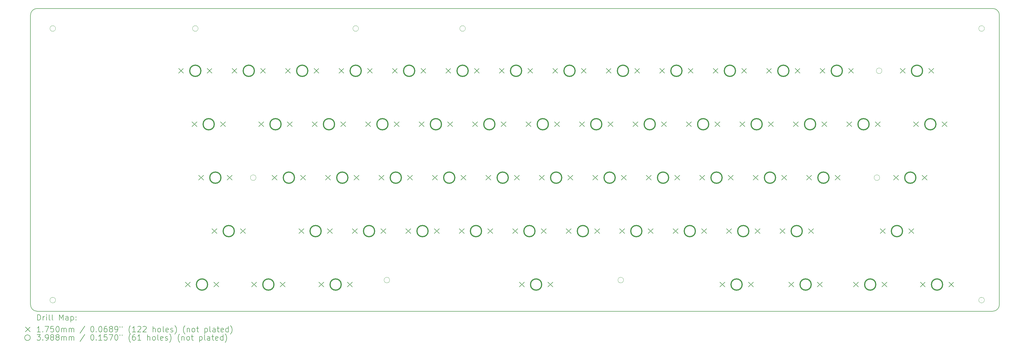
<source format=gbr>
%TF.GenerationSoftware,KiCad,Pcbnew,(6.0.9)*%
%TF.CreationDate,2023-04-02T22:18:43-05:00*%
%TF.ProjectId,BasePCB,42617365-5043-4422-9e6b-696361645f70,rev?*%
%TF.SameCoordinates,Original*%
%TF.FileFunction,Drillmap*%
%TF.FilePolarity,Positive*%
%FSLAX45Y45*%
G04 Gerber Fmt 4.5, Leading zero omitted, Abs format (unit mm)*
G04 Created by KiCad (PCBNEW (6.0.9)) date 2023-04-02 22:18:43*
%MOMM*%
%LPD*%
G01*
G04 APERTURE LIST*
%ADD10C,0.150000*%
%ADD11C,0.100000*%
%ADD12C,0.200000*%
%ADD13C,0.175000*%
%ADD14C,0.398780*%
G04 APERTURE END LIST*
D10*
X-15716250Y4524375D02*
X-15716250Y14843125D01*
D11*
X-2916250Y5397500D02*
G75*
G03*
X-2916250Y5397500I-100000J0D01*
G01*
X-14822500Y14366875D02*
G75*
G03*
X-14822500Y14366875I-100000J0D01*
G01*
D10*
X-15716250Y4524375D02*
G75*
G03*
X-15478125Y4286250I238125J0D01*
G01*
X18573750Y4286250D02*
X-15478125Y4286250D01*
X-15478125Y15081250D02*
G75*
G03*
X-15716250Y14843125I0J-238125D01*
G01*
X18573750Y15081250D02*
X-15478125Y15081250D01*
D11*
X5418125Y5397500D02*
G75*
G03*
X5418125Y5397500I-100000J0D01*
G01*
X-4027500Y14366875D02*
G75*
G03*
X-4027500Y14366875I-100000J0D01*
G01*
X18276875Y4683125D02*
G75*
G03*
X18276875Y4683125I-100000J0D01*
G01*
X18176875Y4683125D02*
G75*
G03*
X18176875Y4683125I0J0D01*
G01*
X-9742500Y14366875D02*
G75*
G03*
X-9742500Y14366875I-100000J0D01*
G01*
X14546250Y9048750D02*
G75*
G03*
X14546250Y9048750I-100000J0D01*
G01*
D10*
X18811875Y4524375D02*
X18811875Y14843125D01*
D11*
X-217500Y14366875D02*
G75*
G03*
X-217500Y14366875I-100000J0D01*
G01*
D10*
X18811880Y14843125D02*
G75*
G03*
X18573750Y15081250I-238130J-5D01*
G01*
D11*
X14625625Y12858750D02*
G75*
G03*
X14625625Y12858750I-100000J0D01*
G01*
X-14822500Y4683125D02*
G75*
G03*
X-14822500Y4683125I-100000J0D01*
G01*
D10*
X18573750Y4286255D02*
G75*
G03*
X18811875Y4524375I0J238125D01*
G01*
D11*
X18276875Y14366875D02*
G75*
G03*
X18276875Y14366875I-100000J0D01*
G01*
X-7678750Y9048750D02*
G75*
G03*
X-7678750Y9048750I-100000J0D01*
G01*
D12*
D13*
X-10438000Y12946250D02*
X-10263000Y12771250D01*
X-10263000Y12946250D02*
X-10438000Y12771250D01*
X-10199875Y5326250D02*
X-10024875Y5151250D01*
X-10024875Y5326250D02*
X-10199875Y5151250D01*
X-9961750Y11041250D02*
X-9786750Y10866250D01*
X-9786750Y11041250D02*
X-9961750Y10866250D01*
X-9723625Y9136250D02*
X-9548625Y8961250D01*
X-9548625Y9136250D02*
X-9723625Y8961250D01*
X-9422000Y12946250D02*
X-9247000Y12771250D01*
X-9247000Y12946250D02*
X-9422000Y12771250D01*
X-9247375Y7231250D02*
X-9072375Y7056250D01*
X-9072375Y7231250D02*
X-9247375Y7056250D01*
X-9183875Y5326250D02*
X-9008875Y5151250D01*
X-9008875Y5326250D02*
X-9183875Y5151250D01*
X-8945750Y11041250D02*
X-8770750Y10866250D01*
X-8770750Y11041250D02*
X-8945750Y10866250D01*
X-8707625Y9136250D02*
X-8532625Y8961250D01*
X-8532625Y9136250D02*
X-8707625Y8961250D01*
X-8533000Y12946250D02*
X-8358000Y12771250D01*
X-8358000Y12946250D02*
X-8533000Y12771250D01*
X-8231375Y7231250D02*
X-8056375Y7056250D01*
X-8056375Y7231250D02*
X-8231375Y7056250D01*
X-7834500Y5326250D02*
X-7659500Y5151250D01*
X-7659500Y5326250D02*
X-7834500Y5151250D01*
X-7580500Y11041250D02*
X-7405500Y10866250D01*
X-7405500Y11041250D02*
X-7580500Y10866250D01*
X-7517000Y12946250D02*
X-7342000Y12771250D01*
X-7342000Y12946250D02*
X-7517000Y12771250D01*
X-7104250Y9136250D02*
X-6929250Y8961250D01*
X-6929250Y9136250D02*
X-7104250Y8961250D01*
X-6818500Y5326250D02*
X-6643500Y5151250D01*
X-6643500Y5326250D02*
X-6818500Y5151250D01*
X-6628000Y12946250D02*
X-6453000Y12771250D01*
X-6453000Y12946250D02*
X-6628000Y12771250D01*
X-6564500Y11041250D02*
X-6389500Y10866250D01*
X-6389500Y11041250D02*
X-6564500Y10866250D01*
X-6151750Y7231250D02*
X-5976750Y7056250D01*
X-5976750Y7231250D02*
X-6151750Y7056250D01*
X-6088250Y9136250D02*
X-5913250Y8961250D01*
X-5913250Y9136250D02*
X-6088250Y8961250D01*
X-5675500Y11041250D02*
X-5500500Y10866250D01*
X-5500500Y11041250D02*
X-5675500Y10866250D01*
X-5612000Y12946250D02*
X-5437000Y12771250D01*
X-5437000Y12946250D02*
X-5612000Y12771250D01*
X-5437375Y5326250D02*
X-5262375Y5151250D01*
X-5262375Y5326250D02*
X-5437375Y5151250D01*
X-5199250Y9136250D02*
X-5024250Y8961250D01*
X-5024250Y9136250D02*
X-5199250Y8961250D01*
X-5135750Y7231250D02*
X-4960750Y7056250D01*
X-4960750Y7231250D02*
X-5135750Y7056250D01*
X-4723000Y12946250D02*
X-4548000Y12771250D01*
X-4548000Y12946250D02*
X-4723000Y12771250D01*
X-4659500Y11041250D02*
X-4484500Y10866250D01*
X-4484500Y11041250D02*
X-4659500Y10866250D01*
X-4421375Y5326250D02*
X-4246375Y5151250D01*
X-4246375Y5326250D02*
X-4421375Y5151250D01*
X-4246750Y7231250D02*
X-4071750Y7056250D01*
X-4071750Y7231250D02*
X-4246750Y7056250D01*
X-4183250Y9136250D02*
X-4008250Y8961250D01*
X-4008250Y9136250D02*
X-4183250Y8961250D01*
X-3770500Y11041250D02*
X-3595500Y10866250D01*
X-3595500Y11041250D02*
X-3770500Y10866250D01*
X-3707000Y12946250D02*
X-3532000Y12771250D01*
X-3532000Y12946250D02*
X-3707000Y12771250D01*
X-3294250Y9136250D02*
X-3119250Y8961250D01*
X-3119250Y9136250D02*
X-3294250Y8961250D01*
X-3230750Y7231250D02*
X-3055750Y7056250D01*
X-3055750Y7231250D02*
X-3230750Y7056250D01*
X-2818000Y12946250D02*
X-2643000Y12771250D01*
X-2643000Y12946250D02*
X-2818000Y12771250D01*
X-2754500Y11041250D02*
X-2579500Y10866250D01*
X-2579500Y11041250D02*
X-2754500Y10866250D01*
X-2341750Y7231250D02*
X-2166750Y7056250D01*
X-2166750Y7231250D02*
X-2341750Y7056250D01*
X-2278250Y9136250D02*
X-2103250Y8961250D01*
X-2103250Y9136250D02*
X-2278250Y8961250D01*
X-1865500Y11041250D02*
X-1690500Y10866250D01*
X-1690500Y11041250D02*
X-1865500Y10866250D01*
X-1802000Y12946250D02*
X-1627000Y12771250D01*
X-1627000Y12946250D02*
X-1802000Y12771250D01*
X-1389250Y9136250D02*
X-1214250Y8961250D01*
X-1214250Y9136250D02*
X-1389250Y8961250D01*
X-1325750Y7231250D02*
X-1150750Y7056250D01*
X-1150750Y7231250D02*
X-1325750Y7056250D01*
X-913000Y12946250D02*
X-738000Y12771250D01*
X-738000Y12946250D02*
X-913000Y12771250D01*
X-849500Y11041250D02*
X-674500Y10866250D01*
X-674500Y11041250D02*
X-849500Y10866250D01*
X-436750Y7231250D02*
X-261750Y7056250D01*
X-261750Y7231250D02*
X-436750Y7056250D01*
X-373250Y9136250D02*
X-198250Y8961250D01*
X-198250Y9136250D02*
X-373250Y8961250D01*
X39500Y11041250D02*
X214500Y10866250D01*
X214500Y11041250D02*
X39500Y10866250D01*
X103000Y12946250D02*
X278000Y12771250D01*
X278000Y12946250D02*
X103000Y12771250D01*
X515750Y9136250D02*
X690750Y8961250D01*
X690750Y9136250D02*
X515750Y8961250D01*
X579250Y7231250D02*
X754250Y7056250D01*
X754250Y7231250D02*
X579250Y7056250D01*
X992000Y12946250D02*
X1167000Y12771250D01*
X1167000Y12946250D02*
X992000Y12771250D01*
X1055500Y11041250D02*
X1230500Y10866250D01*
X1230500Y11041250D02*
X1055500Y10866250D01*
X1468250Y7231250D02*
X1643250Y7056250D01*
X1643250Y7231250D02*
X1468250Y7056250D01*
X1531750Y9136250D02*
X1706750Y8961250D01*
X1706750Y9136250D02*
X1531750Y8961250D01*
X1706375Y5326250D02*
X1881375Y5151250D01*
X1881375Y5326250D02*
X1706375Y5151250D01*
X1944500Y11041250D02*
X2119500Y10866250D01*
X2119500Y11041250D02*
X1944500Y10866250D01*
X2008000Y12946250D02*
X2183000Y12771250D01*
X2183000Y12946250D02*
X2008000Y12771250D01*
X2420750Y9136250D02*
X2595750Y8961250D01*
X2595750Y9136250D02*
X2420750Y8961250D01*
X2484250Y7231250D02*
X2659250Y7056250D01*
X2659250Y7231250D02*
X2484250Y7056250D01*
X2722375Y5326250D02*
X2897375Y5151250D01*
X2897375Y5326250D02*
X2722375Y5151250D01*
X2897000Y12946250D02*
X3072000Y12771250D01*
X3072000Y12946250D02*
X2897000Y12771250D01*
X2960500Y11041250D02*
X3135500Y10866250D01*
X3135500Y11041250D02*
X2960500Y10866250D01*
X3373250Y7231250D02*
X3548250Y7056250D01*
X3548250Y7231250D02*
X3373250Y7056250D01*
X3436750Y9136250D02*
X3611750Y8961250D01*
X3611750Y9136250D02*
X3436750Y8961250D01*
X3849500Y11041250D02*
X4024500Y10866250D01*
X4024500Y11041250D02*
X3849500Y10866250D01*
X3913000Y12946250D02*
X4088000Y12771250D01*
X4088000Y12946250D02*
X3913000Y12771250D01*
X4325750Y9136250D02*
X4500750Y8961250D01*
X4500750Y9136250D02*
X4325750Y8961250D01*
X4389250Y7231250D02*
X4564250Y7056250D01*
X4564250Y7231250D02*
X4389250Y7056250D01*
X4802000Y12946250D02*
X4977000Y12771250D01*
X4977000Y12946250D02*
X4802000Y12771250D01*
X4865500Y11041250D02*
X5040500Y10866250D01*
X5040500Y11041250D02*
X4865500Y10866250D01*
X5278250Y7231250D02*
X5453250Y7056250D01*
X5453250Y7231250D02*
X5278250Y7056250D01*
X5341750Y9136250D02*
X5516750Y8961250D01*
X5516750Y9136250D02*
X5341750Y8961250D01*
X5754500Y11041250D02*
X5929500Y10866250D01*
X5929500Y11041250D02*
X5754500Y10866250D01*
X5818000Y12946250D02*
X5993000Y12771250D01*
X5993000Y12946250D02*
X5818000Y12771250D01*
X6230750Y9136250D02*
X6405750Y8961250D01*
X6405750Y9136250D02*
X6230750Y8961250D01*
X6294250Y7231250D02*
X6469250Y7056250D01*
X6469250Y7231250D02*
X6294250Y7056250D01*
X6707000Y12946250D02*
X6882000Y12771250D01*
X6882000Y12946250D02*
X6707000Y12771250D01*
X6770500Y11041250D02*
X6945500Y10866250D01*
X6945500Y11041250D02*
X6770500Y10866250D01*
X7183250Y7231250D02*
X7358250Y7056250D01*
X7358250Y7231250D02*
X7183250Y7056250D01*
X7246750Y9136250D02*
X7421750Y8961250D01*
X7421750Y9136250D02*
X7246750Y8961250D01*
X7659500Y11041250D02*
X7834500Y10866250D01*
X7834500Y11041250D02*
X7659500Y10866250D01*
X7723000Y12946250D02*
X7898000Y12771250D01*
X7898000Y12946250D02*
X7723000Y12771250D01*
X8135750Y9136250D02*
X8310750Y8961250D01*
X8310750Y9136250D02*
X8135750Y8961250D01*
X8199250Y7231250D02*
X8374250Y7056250D01*
X8374250Y7231250D02*
X8199250Y7056250D01*
X8612000Y12946250D02*
X8787000Y12771250D01*
X8787000Y12946250D02*
X8612000Y12771250D01*
X8675500Y11041250D02*
X8850500Y10866250D01*
X8850500Y11041250D02*
X8675500Y10866250D01*
X8850125Y5326250D02*
X9025125Y5151250D01*
X9025125Y5326250D02*
X8850125Y5151250D01*
X9088250Y7231250D02*
X9263250Y7056250D01*
X9263250Y7231250D02*
X9088250Y7056250D01*
X9151750Y9136250D02*
X9326750Y8961250D01*
X9326750Y9136250D02*
X9151750Y8961250D01*
X9564500Y11041250D02*
X9739500Y10866250D01*
X9739500Y11041250D02*
X9564500Y10866250D01*
X9628000Y12946250D02*
X9803000Y12771250D01*
X9803000Y12946250D02*
X9628000Y12771250D01*
X9866125Y5326250D02*
X10041125Y5151250D01*
X10041125Y5326250D02*
X9866125Y5151250D01*
X10040750Y9136250D02*
X10215750Y8961250D01*
X10215750Y9136250D02*
X10040750Y8961250D01*
X10104250Y7231250D02*
X10279250Y7056250D01*
X10279250Y7231250D02*
X10104250Y7056250D01*
X10517000Y12946250D02*
X10692000Y12771250D01*
X10692000Y12946250D02*
X10517000Y12771250D01*
X10580500Y11041250D02*
X10755500Y10866250D01*
X10755500Y11041250D02*
X10580500Y10866250D01*
X10993250Y7231250D02*
X11168250Y7056250D01*
X11168250Y7231250D02*
X10993250Y7056250D01*
X11056750Y9136250D02*
X11231750Y8961250D01*
X11231750Y9136250D02*
X11056750Y8961250D01*
X11310750Y5326250D02*
X11485750Y5151250D01*
X11485750Y5326250D02*
X11310750Y5151250D01*
X11469500Y11041250D02*
X11644500Y10866250D01*
X11644500Y11041250D02*
X11469500Y10866250D01*
X11533000Y12946250D02*
X11708000Y12771250D01*
X11708000Y12946250D02*
X11533000Y12771250D01*
X11945750Y9136250D02*
X12120750Y8961250D01*
X12120750Y9136250D02*
X11945750Y8961250D01*
X12009250Y7231250D02*
X12184250Y7056250D01*
X12184250Y7231250D02*
X12009250Y7056250D01*
X12326750Y5326250D02*
X12501750Y5151250D01*
X12501750Y5326250D02*
X12326750Y5151250D01*
X12422000Y12946250D02*
X12597000Y12771250D01*
X12597000Y12946250D02*
X12422000Y12771250D01*
X12485500Y11041250D02*
X12660500Y10866250D01*
X12660500Y11041250D02*
X12485500Y10866250D01*
X12961750Y9136250D02*
X13136750Y8961250D01*
X13136750Y9136250D02*
X12961750Y8961250D01*
X13374500Y11041250D02*
X13549500Y10866250D01*
X13549500Y11041250D02*
X13374500Y10866250D01*
X13438000Y12946250D02*
X13613000Y12771250D01*
X13613000Y12946250D02*
X13438000Y12771250D01*
X13612625Y5326250D02*
X13787625Y5151250D01*
X13787625Y5326250D02*
X13612625Y5151250D01*
X14390500Y11041250D02*
X14565500Y10866250D01*
X14565500Y11041250D02*
X14390500Y10866250D01*
X14565125Y7231250D02*
X14740125Y7056250D01*
X14740125Y7231250D02*
X14565125Y7056250D01*
X14628625Y5326250D02*
X14803625Y5151250D01*
X14803625Y5326250D02*
X14628625Y5151250D01*
X15041375Y9136250D02*
X15216375Y8961250D01*
X15216375Y9136250D02*
X15041375Y8961250D01*
X15279500Y12946250D02*
X15454500Y12771250D01*
X15454500Y12946250D02*
X15279500Y12771250D01*
X15581125Y7231250D02*
X15756125Y7056250D01*
X15756125Y7231250D02*
X15581125Y7056250D01*
X15755750Y11041250D02*
X15930750Y10866250D01*
X15930750Y11041250D02*
X15755750Y10866250D01*
X15993875Y5326250D02*
X16168875Y5151250D01*
X16168875Y5326250D02*
X15993875Y5151250D01*
X16057375Y9136250D02*
X16232375Y8961250D01*
X16232375Y9136250D02*
X16057375Y8961250D01*
X16295500Y12946250D02*
X16470500Y12771250D01*
X16470500Y12946250D02*
X16295500Y12771250D01*
X16771750Y11041250D02*
X16946750Y10866250D01*
X16946750Y11041250D02*
X16771750Y10866250D01*
X17009875Y5326250D02*
X17184875Y5151250D01*
X17184875Y5326250D02*
X17009875Y5151250D01*
D14*
X-9643110Y12858750D02*
G75*
G03*
X-9643110Y12858750I-199390J0D01*
G01*
X-9404985Y5238750D02*
G75*
G03*
X-9404985Y5238750I-199390J0D01*
G01*
X-9166860Y10953750D02*
G75*
G03*
X-9166860Y10953750I-199390J0D01*
G01*
X-8928735Y9048750D02*
G75*
G03*
X-8928735Y9048750I-199390J0D01*
G01*
X-8452485Y7143750D02*
G75*
G03*
X-8452485Y7143750I-199390J0D01*
G01*
X-7738110Y12858750D02*
G75*
G03*
X-7738110Y12858750I-199390J0D01*
G01*
X-7039610Y5238750D02*
G75*
G03*
X-7039610Y5238750I-199390J0D01*
G01*
X-6785610Y10953750D02*
G75*
G03*
X-6785610Y10953750I-199390J0D01*
G01*
X-6309360Y9048750D02*
G75*
G03*
X-6309360Y9048750I-199390J0D01*
G01*
X-5833110Y12858750D02*
G75*
G03*
X-5833110Y12858750I-199390J0D01*
G01*
X-5356860Y7143750D02*
G75*
G03*
X-5356860Y7143750I-199390J0D01*
G01*
X-4880610Y10953750D02*
G75*
G03*
X-4880610Y10953750I-199390J0D01*
G01*
X-4642485Y5238750D02*
G75*
G03*
X-4642485Y5238750I-199390J0D01*
G01*
X-4404360Y9048750D02*
G75*
G03*
X-4404360Y9048750I-199390J0D01*
G01*
X-3928110Y12858750D02*
G75*
G03*
X-3928110Y12858750I-199390J0D01*
G01*
X-3451860Y7143750D02*
G75*
G03*
X-3451860Y7143750I-199390J0D01*
G01*
X-2975610Y10953750D02*
G75*
G03*
X-2975610Y10953750I-199390J0D01*
G01*
X-2499360Y9048750D02*
G75*
G03*
X-2499360Y9048750I-199390J0D01*
G01*
X-2023110Y12858750D02*
G75*
G03*
X-2023110Y12858750I-199390J0D01*
G01*
X-1546860Y7143750D02*
G75*
G03*
X-1546860Y7143750I-199390J0D01*
G01*
X-1070610Y10953750D02*
G75*
G03*
X-1070610Y10953750I-199390J0D01*
G01*
X-594360Y9048750D02*
G75*
G03*
X-594360Y9048750I-199390J0D01*
G01*
X-118110Y12858750D02*
G75*
G03*
X-118110Y12858750I-199390J0D01*
G01*
X358140Y7143750D02*
G75*
G03*
X358140Y7143750I-199390J0D01*
G01*
X834390Y10953750D02*
G75*
G03*
X834390Y10953750I-199390J0D01*
G01*
X1310640Y9048750D02*
G75*
G03*
X1310640Y9048750I-199390J0D01*
G01*
X1786890Y12858750D02*
G75*
G03*
X1786890Y12858750I-199390J0D01*
G01*
X2263140Y7143750D02*
G75*
G03*
X2263140Y7143750I-199390J0D01*
G01*
X2501265Y5238750D02*
G75*
G03*
X2501265Y5238750I-199390J0D01*
G01*
X2739390Y10953750D02*
G75*
G03*
X2739390Y10953750I-199390J0D01*
G01*
X3215640Y9048750D02*
G75*
G03*
X3215640Y9048750I-199390J0D01*
G01*
X3691890Y12858750D02*
G75*
G03*
X3691890Y12858750I-199390J0D01*
G01*
X4168140Y7143750D02*
G75*
G03*
X4168140Y7143750I-199390J0D01*
G01*
X4644390Y10953750D02*
G75*
G03*
X4644390Y10953750I-199390J0D01*
G01*
X5120640Y9048750D02*
G75*
G03*
X5120640Y9048750I-199390J0D01*
G01*
X5596890Y12858750D02*
G75*
G03*
X5596890Y12858750I-199390J0D01*
G01*
X6073140Y7143750D02*
G75*
G03*
X6073140Y7143750I-199390J0D01*
G01*
X6549390Y10953750D02*
G75*
G03*
X6549390Y10953750I-199390J0D01*
G01*
X7025640Y9048750D02*
G75*
G03*
X7025640Y9048750I-199390J0D01*
G01*
X7501890Y12858750D02*
G75*
G03*
X7501890Y12858750I-199390J0D01*
G01*
X7978140Y7143750D02*
G75*
G03*
X7978140Y7143750I-199390J0D01*
G01*
X8454390Y10953750D02*
G75*
G03*
X8454390Y10953750I-199390J0D01*
G01*
X8930640Y9048750D02*
G75*
G03*
X8930640Y9048750I-199390J0D01*
G01*
X9406890Y12858750D02*
G75*
G03*
X9406890Y12858750I-199390J0D01*
G01*
X9645015Y5238750D02*
G75*
G03*
X9645015Y5238750I-199390J0D01*
G01*
X9883140Y7143750D02*
G75*
G03*
X9883140Y7143750I-199390J0D01*
G01*
X10359390Y10953750D02*
G75*
G03*
X10359390Y10953750I-199390J0D01*
G01*
X10835640Y9048750D02*
G75*
G03*
X10835640Y9048750I-199390J0D01*
G01*
X11311890Y12858750D02*
G75*
G03*
X11311890Y12858750I-199390J0D01*
G01*
X11788140Y7143750D02*
G75*
G03*
X11788140Y7143750I-199390J0D01*
G01*
X12105640Y5238750D02*
G75*
G03*
X12105640Y5238750I-199390J0D01*
G01*
X12264390Y10953750D02*
G75*
G03*
X12264390Y10953750I-199390J0D01*
G01*
X12740640Y9048750D02*
G75*
G03*
X12740640Y9048750I-199390J0D01*
G01*
X13216890Y12858750D02*
G75*
G03*
X13216890Y12858750I-199390J0D01*
G01*
X14169390Y10953750D02*
G75*
G03*
X14169390Y10953750I-199390J0D01*
G01*
X14407515Y5238750D02*
G75*
G03*
X14407515Y5238750I-199390J0D01*
G01*
X15360015Y7143750D02*
G75*
G03*
X15360015Y7143750I-199390J0D01*
G01*
X15836265Y9048750D02*
G75*
G03*
X15836265Y9048750I-199390J0D01*
G01*
X16074390Y12858750D02*
G75*
G03*
X16074390Y12858750I-199390J0D01*
G01*
X16550640Y10953750D02*
G75*
G03*
X16550640Y10953750I-199390J0D01*
G01*
X16788765Y5238750D02*
G75*
G03*
X16788765Y5238750I-199390J0D01*
G01*
D12*
X-15466131Y3968274D02*
X-15466131Y4168274D01*
X-15418512Y4168274D01*
X-15389940Y4158750D01*
X-15370893Y4139702D01*
X-15361369Y4120655D01*
X-15351845Y4082559D01*
X-15351845Y4053988D01*
X-15361369Y4015893D01*
X-15370893Y3996845D01*
X-15389940Y3977798D01*
X-15418512Y3968274D01*
X-15466131Y3968274D01*
X-15266131Y3968274D02*
X-15266131Y4101607D01*
X-15266131Y4063512D02*
X-15256607Y4082559D01*
X-15247083Y4092083D01*
X-15228036Y4101607D01*
X-15208988Y4101607D01*
X-15142321Y3968274D02*
X-15142321Y4101607D01*
X-15142321Y4168274D02*
X-15151845Y4158750D01*
X-15142321Y4149226D01*
X-15132798Y4158750D01*
X-15142321Y4168274D01*
X-15142321Y4149226D01*
X-15018512Y3968274D02*
X-15037559Y3977798D01*
X-15047083Y3996845D01*
X-15047083Y4168274D01*
X-14913750Y3968274D02*
X-14932798Y3977798D01*
X-14942321Y3996845D01*
X-14942321Y4168274D01*
X-14685178Y3968274D02*
X-14685178Y4168274D01*
X-14618512Y4025417D01*
X-14551845Y4168274D01*
X-14551845Y3968274D01*
X-14370893Y3968274D02*
X-14370893Y4073036D01*
X-14380417Y4092083D01*
X-14399464Y4101607D01*
X-14437559Y4101607D01*
X-14456607Y4092083D01*
X-14370893Y3977798D02*
X-14389940Y3968274D01*
X-14437559Y3968274D01*
X-14456607Y3977798D01*
X-14466131Y3996845D01*
X-14466131Y4015893D01*
X-14456607Y4034940D01*
X-14437559Y4044464D01*
X-14389940Y4044464D01*
X-14370893Y4053988D01*
X-14275655Y4101607D02*
X-14275655Y3901607D01*
X-14275655Y4092083D02*
X-14256607Y4101607D01*
X-14218512Y4101607D01*
X-14199464Y4092083D01*
X-14189940Y4082559D01*
X-14180417Y4063512D01*
X-14180417Y4006369D01*
X-14189940Y3987321D01*
X-14199464Y3977798D01*
X-14218512Y3968274D01*
X-14256607Y3968274D01*
X-14275655Y3977798D01*
X-14094702Y3987321D02*
X-14085178Y3977798D01*
X-14094702Y3968274D01*
X-14104226Y3977798D01*
X-14094702Y3987321D01*
X-14094702Y3968274D01*
X-14094702Y4092083D02*
X-14085178Y4082559D01*
X-14094702Y4073036D01*
X-14104226Y4082559D01*
X-14094702Y4092083D01*
X-14094702Y4073036D01*
D13*
X-15898750Y3726250D02*
X-15723750Y3551250D01*
X-15723750Y3726250D02*
X-15898750Y3551250D01*
D12*
X-15361369Y3548274D02*
X-15475655Y3548274D01*
X-15418512Y3548274D02*
X-15418512Y3748274D01*
X-15437559Y3719702D01*
X-15456607Y3700655D01*
X-15475655Y3691131D01*
X-15275655Y3567321D02*
X-15266131Y3557798D01*
X-15275655Y3548274D01*
X-15285178Y3557798D01*
X-15275655Y3567321D01*
X-15275655Y3548274D01*
X-15199464Y3748274D02*
X-15066131Y3748274D01*
X-15151845Y3548274D01*
X-14894702Y3748274D02*
X-14989940Y3748274D01*
X-14999464Y3653036D01*
X-14989940Y3662559D01*
X-14970893Y3672083D01*
X-14923274Y3672083D01*
X-14904226Y3662559D01*
X-14894702Y3653036D01*
X-14885178Y3633988D01*
X-14885178Y3586369D01*
X-14894702Y3567321D01*
X-14904226Y3557798D01*
X-14923274Y3548274D01*
X-14970893Y3548274D01*
X-14989940Y3557798D01*
X-14999464Y3567321D01*
X-14761369Y3748274D02*
X-14742321Y3748274D01*
X-14723274Y3738750D01*
X-14713750Y3729226D01*
X-14704226Y3710178D01*
X-14694702Y3672083D01*
X-14694702Y3624464D01*
X-14704226Y3586369D01*
X-14713750Y3567321D01*
X-14723274Y3557798D01*
X-14742321Y3548274D01*
X-14761369Y3548274D01*
X-14780417Y3557798D01*
X-14789940Y3567321D01*
X-14799464Y3586369D01*
X-14808988Y3624464D01*
X-14808988Y3672083D01*
X-14799464Y3710178D01*
X-14789940Y3729226D01*
X-14780417Y3738750D01*
X-14761369Y3748274D01*
X-14608988Y3548274D02*
X-14608988Y3681607D01*
X-14608988Y3662559D02*
X-14599464Y3672083D01*
X-14580417Y3681607D01*
X-14551845Y3681607D01*
X-14532798Y3672083D01*
X-14523274Y3653036D01*
X-14523274Y3548274D01*
X-14523274Y3653036D02*
X-14513750Y3672083D01*
X-14494702Y3681607D01*
X-14466131Y3681607D01*
X-14447083Y3672083D01*
X-14437559Y3653036D01*
X-14437559Y3548274D01*
X-14342321Y3548274D02*
X-14342321Y3681607D01*
X-14342321Y3662559D02*
X-14332798Y3672083D01*
X-14313750Y3681607D01*
X-14285178Y3681607D01*
X-14266131Y3672083D01*
X-14256607Y3653036D01*
X-14256607Y3548274D01*
X-14256607Y3653036D02*
X-14247083Y3672083D01*
X-14228036Y3681607D01*
X-14199464Y3681607D01*
X-14180417Y3672083D01*
X-14170893Y3653036D01*
X-14170893Y3548274D01*
X-13780417Y3757798D02*
X-13951845Y3500655D01*
X-13523274Y3748274D02*
X-13504226Y3748274D01*
X-13485178Y3738750D01*
X-13475655Y3729226D01*
X-13466131Y3710178D01*
X-13456607Y3672083D01*
X-13456607Y3624464D01*
X-13466131Y3586369D01*
X-13475655Y3567321D01*
X-13485178Y3557798D01*
X-13504226Y3548274D01*
X-13523274Y3548274D01*
X-13542321Y3557798D01*
X-13551845Y3567321D01*
X-13561369Y3586369D01*
X-13570893Y3624464D01*
X-13570893Y3672083D01*
X-13561369Y3710178D01*
X-13551845Y3729226D01*
X-13542321Y3738750D01*
X-13523274Y3748274D01*
X-13370893Y3567321D02*
X-13361369Y3557798D01*
X-13370893Y3548274D01*
X-13380417Y3557798D01*
X-13370893Y3567321D01*
X-13370893Y3548274D01*
X-13237559Y3748274D02*
X-13218512Y3748274D01*
X-13199464Y3738750D01*
X-13189940Y3729226D01*
X-13180417Y3710178D01*
X-13170893Y3672083D01*
X-13170893Y3624464D01*
X-13180417Y3586369D01*
X-13189940Y3567321D01*
X-13199464Y3557798D01*
X-13218512Y3548274D01*
X-13237559Y3548274D01*
X-13256607Y3557798D01*
X-13266131Y3567321D01*
X-13275655Y3586369D01*
X-13285178Y3624464D01*
X-13285178Y3672083D01*
X-13275655Y3710178D01*
X-13266131Y3729226D01*
X-13256607Y3738750D01*
X-13237559Y3748274D01*
X-12999464Y3748274D02*
X-13037559Y3748274D01*
X-13056607Y3738750D01*
X-13066131Y3729226D01*
X-13085178Y3700655D01*
X-13094702Y3662559D01*
X-13094702Y3586369D01*
X-13085178Y3567321D01*
X-13075655Y3557798D01*
X-13056607Y3548274D01*
X-13018512Y3548274D01*
X-12999464Y3557798D01*
X-12989940Y3567321D01*
X-12980417Y3586369D01*
X-12980417Y3633988D01*
X-12989940Y3653036D01*
X-12999464Y3662559D01*
X-13018512Y3672083D01*
X-13056607Y3672083D01*
X-13075655Y3662559D01*
X-13085178Y3653036D01*
X-13094702Y3633988D01*
X-12866131Y3662559D02*
X-12885178Y3672083D01*
X-12894702Y3681607D01*
X-12904226Y3700655D01*
X-12904226Y3710178D01*
X-12894702Y3729226D01*
X-12885178Y3738750D01*
X-12866131Y3748274D01*
X-12828036Y3748274D01*
X-12808988Y3738750D01*
X-12799464Y3729226D01*
X-12789940Y3710178D01*
X-12789940Y3700655D01*
X-12799464Y3681607D01*
X-12808988Y3672083D01*
X-12828036Y3662559D01*
X-12866131Y3662559D01*
X-12885178Y3653036D01*
X-12894702Y3643512D01*
X-12904226Y3624464D01*
X-12904226Y3586369D01*
X-12894702Y3567321D01*
X-12885178Y3557798D01*
X-12866131Y3548274D01*
X-12828036Y3548274D01*
X-12808988Y3557798D01*
X-12799464Y3567321D01*
X-12789940Y3586369D01*
X-12789940Y3624464D01*
X-12799464Y3643512D01*
X-12808988Y3653036D01*
X-12828036Y3662559D01*
X-12694702Y3548274D02*
X-12656607Y3548274D01*
X-12637559Y3557798D01*
X-12628036Y3567321D01*
X-12608988Y3595893D01*
X-12599464Y3633988D01*
X-12599464Y3710178D01*
X-12608988Y3729226D01*
X-12618512Y3738750D01*
X-12637559Y3748274D01*
X-12675655Y3748274D01*
X-12694702Y3738750D01*
X-12704226Y3729226D01*
X-12713750Y3710178D01*
X-12713750Y3662559D01*
X-12704226Y3643512D01*
X-12694702Y3633988D01*
X-12675655Y3624464D01*
X-12637559Y3624464D01*
X-12618512Y3633988D01*
X-12608988Y3643512D01*
X-12599464Y3662559D01*
X-12523274Y3748274D02*
X-12523274Y3710178D01*
X-12447083Y3748274D02*
X-12447083Y3710178D01*
X-12151845Y3472083D02*
X-12161369Y3481607D01*
X-12180417Y3510178D01*
X-12189940Y3529226D01*
X-12199464Y3557798D01*
X-12208988Y3605417D01*
X-12208988Y3643512D01*
X-12199464Y3691131D01*
X-12189940Y3719702D01*
X-12180417Y3738750D01*
X-12161369Y3767321D01*
X-12151845Y3776845D01*
X-11970893Y3548274D02*
X-12085178Y3548274D01*
X-12028036Y3548274D02*
X-12028036Y3748274D01*
X-12047083Y3719702D01*
X-12066131Y3700655D01*
X-12085178Y3691131D01*
X-11894702Y3729226D02*
X-11885178Y3738750D01*
X-11866131Y3748274D01*
X-11818512Y3748274D01*
X-11799464Y3738750D01*
X-11789940Y3729226D01*
X-11780417Y3710178D01*
X-11780417Y3691131D01*
X-11789940Y3662559D01*
X-11904226Y3548274D01*
X-11780417Y3548274D01*
X-11704226Y3729226D02*
X-11694702Y3738750D01*
X-11675655Y3748274D01*
X-11628036Y3748274D01*
X-11608988Y3738750D01*
X-11599464Y3729226D01*
X-11589940Y3710178D01*
X-11589940Y3691131D01*
X-11599464Y3662559D01*
X-11713750Y3548274D01*
X-11589940Y3548274D01*
X-11351845Y3548274D02*
X-11351845Y3748274D01*
X-11266131Y3548274D02*
X-11266131Y3653036D01*
X-11275655Y3672083D01*
X-11294702Y3681607D01*
X-11323274Y3681607D01*
X-11342321Y3672083D01*
X-11351845Y3662559D01*
X-11142321Y3548274D02*
X-11161369Y3557798D01*
X-11170893Y3567321D01*
X-11180417Y3586369D01*
X-11180417Y3643512D01*
X-11170893Y3662559D01*
X-11161369Y3672083D01*
X-11142321Y3681607D01*
X-11113750Y3681607D01*
X-11094702Y3672083D01*
X-11085179Y3662559D01*
X-11075655Y3643512D01*
X-11075655Y3586369D01*
X-11085179Y3567321D01*
X-11094702Y3557798D01*
X-11113750Y3548274D01*
X-11142321Y3548274D01*
X-10961369Y3548274D02*
X-10980417Y3557798D01*
X-10989940Y3576845D01*
X-10989940Y3748274D01*
X-10808988Y3557798D02*
X-10828036Y3548274D01*
X-10866131Y3548274D01*
X-10885179Y3557798D01*
X-10894702Y3576845D01*
X-10894702Y3653036D01*
X-10885179Y3672083D01*
X-10866131Y3681607D01*
X-10828036Y3681607D01*
X-10808988Y3672083D01*
X-10799464Y3653036D01*
X-10799464Y3633988D01*
X-10894702Y3614940D01*
X-10723274Y3557798D02*
X-10704226Y3548274D01*
X-10666131Y3548274D01*
X-10647083Y3557798D01*
X-10637560Y3576845D01*
X-10637560Y3586369D01*
X-10647083Y3605417D01*
X-10666131Y3614940D01*
X-10694702Y3614940D01*
X-10713750Y3624464D01*
X-10723274Y3643512D01*
X-10723274Y3653036D01*
X-10713750Y3672083D01*
X-10694702Y3681607D01*
X-10666131Y3681607D01*
X-10647083Y3672083D01*
X-10570893Y3472083D02*
X-10561369Y3481607D01*
X-10542321Y3510178D01*
X-10532798Y3529226D01*
X-10523274Y3557798D01*
X-10513750Y3605417D01*
X-10513750Y3643512D01*
X-10523274Y3691131D01*
X-10532798Y3719702D01*
X-10542321Y3738750D01*
X-10561369Y3767321D01*
X-10570893Y3776845D01*
X-10208988Y3472083D02*
X-10218512Y3481607D01*
X-10237560Y3510178D01*
X-10247083Y3529226D01*
X-10256607Y3557798D01*
X-10266131Y3605417D01*
X-10266131Y3643512D01*
X-10256607Y3691131D01*
X-10247083Y3719702D01*
X-10237560Y3738750D01*
X-10218512Y3767321D01*
X-10208988Y3776845D01*
X-10132798Y3681607D02*
X-10132798Y3548274D01*
X-10132798Y3662559D02*
X-10123274Y3672083D01*
X-10104226Y3681607D01*
X-10075655Y3681607D01*
X-10056607Y3672083D01*
X-10047083Y3653036D01*
X-10047083Y3548274D01*
X-9923274Y3548274D02*
X-9942321Y3557798D01*
X-9951845Y3567321D01*
X-9961369Y3586369D01*
X-9961369Y3643512D01*
X-9951845Y3662559D01*
X-9942321Y3672083D01*
X-9923274Y3681607D01*
X-9894702Y3681607D01*
X-9875655Y3672083D01*
X-9866131Y3662559D01*
X-9856607Y3643512D01*
X-9856607Y3586369D01*
X-9866131Y3567321D01*
X-9875655Y3557798D01*
X-9894702Y3548274D01*
X-9923274Y3548274D01*
X-9799464Y3681607D02*
X-9723274Y3681607D01*
X-9770893Y3748274D02*
X-9770893Y3576845D01*
X-9761369Y3557798D01*
X-9742321Y3548274D01*
X-9723274Y3548274D01*
X-9504226Y3681607D02*
X-9504226Y3481607D01*
X-9504226Y3672083D02*
X-9485179Y3681607D01*
X-9447083Y3681607D01*
X-9428036Y3672083D01*
X-9418512Y3662559D01*
X-9408988Y3643512D01*
X-9408988Y3586369D01*
X-9418512Y3567321D01*
X-9428036Y3557798D01*
X-9447083Y3548274D01*
X-9485179Y3548274D01*
X-9504226Y3557798D01*
X-9294702Y3548274D02*
X-9313750Y3557798D01*
X-9323274Y3576845D01*
X-9323274Y3748274D01*
X-9132798Y3548274D02*
X-9132798Y3653036D01*
X-9142321Y3672083D01*
X-9161369Y3681607D01*
X-9199464Y3681607D01*
X-9218512Y3672083D01*
X-9132798Y3557798D02*
X-9151845Y3548274D01*
X-9199464Y3548274D01*
X-9218512Y3557798D01*
X-9228036Y3576845D01*
X-9228036Y3595893D01*
X-9218512Y3614940D01*
X-9199464Y3624464D01*
X-9151845Y3624464D01*
X-9132798Y3633988D01*
X-9066131Y3681607D02*
X-8989940Y3681607D01*
X-9037560Y3748274D02*
X-9037560Y3576845D01*
X-9028036Y3557798D01*
X-9008988Y3548274D01*
X-8989940Y3548274D01*
X-8847083Y3557798D02*
X-8866131Y3548274D01*
X-8904226Y3548274D01*
X-8923274Y3557798D01*
X-8932798Y3576845D01*
X-8932798Y3653036D01*
X-8923274Y3672083D01*
X-8904226Y3681607D01*
X-8866131Y3681607D01*
X-8847083Y3672083D01*
X-8837560Y3653036D01*
X-8837560Y3633988D01*
X-8932798Y3614940D01*
X-8666131Y3548274D02*
X-8666131Y3748274D01*
X-8666131Y3557798D02*
X-8685179Y3548274D01*
X-8723274Y3548274D01*
X-8742321Y3557798D01*
X-8751845Y3567321D01*
X-8761369Y3586369D01*
X-8761369Y3643512D01*
X-8751845Y3662559D01*
X-8742321Y3672083D01*
X-8723274Y3681607D01*
X-8685179Y3681607D01*
X-8666131Y3672083D01*
X-8589940Y3472083D02*
X-8580417Y3481607D01*
X-8561369Y3510178D01*
X-8551845Y3529226D01*
X-8542321Y3557798D01*
X-8532798Y3605417D01*
X-8532798Y3643512D01*
X-8542321Y3691131D01*
X-8551845Y3719702D01*
X-8561369Y3738750D01*
X-8580417Y3767321D01*
X-8589940Y3776845D01*
X-15723750Y3343750D02*
G75*
G03*
X-15723750Y3343750I-100000J0D01*
G01*
X-15485178Y3453274D02*
X-15361369Y3453274D01*
X-15428036Y3377083D01*
X-15399464Y3377083D01*
X-15380417Y3367559D01*
X-15370893Y3358036D01*
X-15361369Y3338988D01*
X-15361369Y3291369D01*
X-15370893Y3272321D01*
X-15380417Y3262798D01*
X-15399464Y3253274D01*
X-15456607Y3253274D01*
X-15475655Y3262798D01*
X-15485178Y3272321D01*
X-15275655Y3272321D02*
X-15266131Y3262798D01*
X-15275655Y3253274D01*
X-15285178Y3262798D01*
X-15275655Y3272321D01*
X-15275655Y3253274D01*
X-15170893Y3253274D02*
X-15132798Y3253274D01*
X-15113750Y3262798D01*
X-15104226Y3272321D01*
X-15085178Y3300893D01*
X-15075655Y3338988D01*
X-15075655Y3415178D01*
X-15085178Y3434226D01*
X-15094702Y3443750D01*
X-15113750Y3453274D01*
X-15151845Y3453274D01*
X-15170893Y3443750D01*
X-15180417Y3434226D01*
X-15189940Y3415178D01*
X-15189940Y3367559D01*
X-15180417Y3348512D01*
X-15170893Y3338988D01*
X-15151845Y3329464D01*
X-15113750Y3329464D01*
X-15094702Y3338988D01*
X-15085178Y3348512D01*
X-15075655Y3367559D01*
X-14961369Y3367559D02*
X-14980417Y3377083D01*
X-14989940Y3386607D01*
X-14999464Y3405655D01*
X-14999464Y3415178D01*
X-14989940Y3434226D01*
X-14980417Y3443750D01*
X-14961369Y3453274D01*
X-14923274Y3453274D01*
X-14904226Y3443750D01*
X-14894702Y3434226D01*
X-14885178Y3415178D01*
X-14885178Y3405655D01*
X-14894702Y3386607D01*
X-14904226Y3377083D01*
X-14923274Y3367559D01*
X-14961369Y3367559D01*
X-14980417Y3358036D01*
X-14989940Y3348512D01*
X-14999464Y3329464D01*
X-14999464Y3291369D01*
X-14989940Y3272321D01*
X-14980417Y3262798D01*
X-14961369Y3253274D01*
X-14923274Y3253274D01*
X-14904226Y3262798D01*
X-14894702Y3272321D01*
X-14885178Y3291369D01*
X-14885178Y3329464D01*
X-14894702Y3348512D01*
X-14904226Y3358036D01*
X-14923274Y3367559D01*
X-14770893Y3367559D02*
X-14789940Y3377083D01*
X-14799464Y3386607D01*
X-14808988Y3405655D01*
X-14808988Y3415178D01*
X-14799464Y3434226D01*
X-14789940Y3443750D01*
X-14770893Y3453274D01*
X-14732798Y3453274D01*
X-14713750Y3443750D01*
X-14704226Y3434226D01*
X-14694702Y3415178D01*
X-14694702Y3405655D01*
X-14704226Y3386607D01*
X-14713750Y3377083D01*
X-14732798Y3367559D01*
X-14770893Y3367559D01*
X-14789940Y3358036D01*
X-14799464Y3348512D01*
X-14808988Y3329464D01*
X-14808988Y3291369D01*
X-14799464Y3272321D01*
X-14789940Y3262798D01*
X-14770893Y3253274D01*
X-14732798Y3253274D01*
X-14713750Y3262798D01*
X-14704226Y3272321D01*
X-14694702Y3291369D01*
X-14694702Y3329464D01*
X-14704226Y3348512D01*
X-14713750Y3358036D01*
X-14732798Y3367559D01*
X-14608988Y3253274D02*
X-14608988Y3386607D01*
X-14608988Y3367559D02*
X-14599464Y3377083D01*
X-14580417Y3386607D01*
X-14551845Y3386607D01*
X-14532798Y3377083D01*
X-14523274Y3358036D01*
X-14523274Y3253274D01*
X-14523274Y3358036D02*
X-14513750Y3377083D01*
X-14494702Y3386607D01*
X-14466131Y3386607D01*
X-14447083Y3377083D01*
X-14437559Y3358036D01*
X-14437559Y3253274D01*
X-14342321Y3253274D02*
X-14342321Y3386607D01*
X-14342321Y3367559D02*
X-14332798Y3377083D01*
X-14313750Y3386607D01*
X-14285178Y3386607D01*
X-14266131Y3377083D01*
X-14256607Y3358036D01*
X-14256607Y3253274D01*
X-14256607Y3358036D02*
X-14247083Y3377083D01*
X-14228036Y3386607D01*
X-14199464Y3386607D01*
X-14180417Y3377083D01*
X-14170893Y3358036D01*
X-14170893Y3253274D01*
X-13780417Y3462798D02*
X-13951845Y3205655D01*
X-13523274Y3453274D02*
X-13504226Y3453274D01*
X-13485178Y3443750D01*
X-13475655Y3434226D01*
X-13466131Y3415178D01*
X-13456607Y3377083D01*
X-13456607Y3329464D01*
X-13466131Y3291369D01*
X-13475655Y3272321D01*
X-13485178Y3262798D01*
X-13504226Y3253274D01*
X-13523274Y3253274D01*
X-13542321Y3262798D01*
X-13551845Y3272321D01*
X-13561369Y3291369D01*
X-13570893Y3329464D01*
X-13570893Y3377083D01*
X-13561369Y3415178D01*
X-13551845Y3434226D01*
X-13542321Y3443750D01*
X-13523274Y3453274D01*
X-13370893Y3272321D02*
X-13361369Y3262798D01*
X-13370893Y3253274D01*
X-13380417Y3262798D01*
X-13370893Y3272321D01*
X-13370893Y3253274D01*
X-13170893Y3253274D02*
X-13285178Y3253274D01*
X-13228036Y3253274D02*
X-13228036Y3453274D01*
X-13247083Y3424702D01*
X-13266131Y3405655D01*
X-13285178Y3396131D01*
X-12989940Y3453274D02*
X-13085178Y3453274D01*
X-13094702Y3358036D01*
X-13085178Y3367559D01*
X-13066131Y3377083D01*
X-13018512Y3377083D01*
X-12999464Y3367559D01*
X-12989940Y3358036D01*
X-12980417Y3338988D01*
X-12980417Y3291369D01*
X-12989940Y3272321D01*
X-12999464Y3262798D01*
X-13018512Y3253274D01*
X-13066131Y3253274D01*
X-13085178Y3262798D01*
X-13094702Y3272321D01*
X-12913750Y3453274D02*
X-12780417Y3453274D01*
X-12866131Y3253274D01*
X-12666131Y3453274D02*
X-12647083Y3453274D01*
X-12628036Y3443750D01*
X-12618512Y3434226D01*
X-12608988Y3415178D01*
X-12599464Y3377083D01*
X-12599464Y3329464D01*
X-12608988Y3291369D01*
X-12618512Y3272321D01*
X-12628036Y3262798D01*
X-12647083Y3253274D01*
X-12666131Y3253274D01*
X-12685178Y3262798D01*
X-12694702Y3272321D01*
X-12704226Y3291369D01*
X-12713750Y3329464D01*
X-12713750Y3377083D01*
X-12704226Y3415178D01*
X-12694702Y3434226D01*
X-12685178Y3443750D01*
X-12666131Y3453274D01*
X-12523274Y3453274D02*
X-12523274Y3415178D01*
X-12447083Y3453274D02*
X-12447083Y3415178D01*
X-12151845Y3177083D02*
X-12161369Y3186607D01*
X-12180417Y3215178D01*
X-12189940Y3234226D01*
X-12199464Y3262798D01*
X-12208988Y3310417D01*
X-12208988Y3348512D01*
X-12199464Y3396131D01*
X-12189940Y3424702D01*
X-12180417Y3443750D01*
X-12161369Y3472321D01*
X-12151845Y3481845D01*
X-11989940Y3453274D02*
X-12028036Y3453274D01*
X-12047083Y3443750D01*
X-12056607Y3434226D01*
X-12075655Y3405655D01*
X-12085178Y3367559D01*
X-12085178Y3291369D01*
X-12075655Y3272321D01*
X-12066131Y3262798D01*
X-12047083Y3253274D01*
X-12008988Y3253274D01*
X-11989940Y3262798D01*
X-11980417Y3272321D01*
X-11970893Y3291369D01*
X-11970893Y3338988D01*
X-11980417Y3358036D01*
X-11989940Y3367559D01*
X-12008988Y3377083D01*
X-12047083Y3377083D01*
X-12066131Y3367559D01*
X-12075655Y3358036D01*
X-12085178Y3338988D01*
X-11780417Y3253274D02*
X-11894702Y3253274D01*
X-11837559Y3253274D02*
X-11837559Y3453274D01*
X-11856607Y3424702D01*
X-11875655Y3405655D01*
X-11894702Y3396131D01*
X-11542321Y3253274D02*
X-11542321Y3453274D01*
X-11456607Y3253274D02*
X-11456607Y3358036D01*
X-11466131Y3377083D01*
X-11485178Y3386607D01*
X-11513750Y3386607D01*
X-11532798Y3377083D01*
X-11542321Y3367559D01*
X-11332798Y3253274D02*
X-11351845Y3262798D01*
X-11361369Y3272321D01*
X-11370893Y3291369D01*
X-11370893Y3348512D01*
X-11361369Y3367559D01*
X-11351845Y3377083D01*
X-11332798Y3386607D01*
X-11304226Y3386607D01*
X-11285178Y3377083D01*
X-11275655Y3367559D01*
X-11266131Y3348512D01*
X-11266131Y3291369D01*
X-11275655Y3272321D01*
X-11285178Y3262798D01*
X-11304226Y3253274D01*
X-11332798Y3253274D01*
X-11151845Y3253274D02*
X-11170893Y3262798D01*
X-11180417Y3281845D01*
X-11180417Y3453274D01*
X-10999464Y3262798D02*
X-11018512Y3253274D01*
X-11056607Y3253274D01*
X-11075655Y3262798D01*
X-11085179Y3281845D01*
X-11085179Y3358036D01*
X-11075655Y3377083D01*
X-11056607Y3386607D01*
X-11018512Y3386607D01*
X-10999464Y3377083D01*
X-10989940Y3358036D01*
X-10989940Y3338988D01*
X-11085179Y3319940D01*
X-10913750Y3262798D02*
X-10894702Y3253274D01*
X-10856607Y3253274D01*
X-10837560Y3262798D01*
X-10828036Y3281845D01*
X-10828036Y3291369D01*
X-10837560Y3310417D01*
X-10856607Y3319940D01*
X-10885179Y3319940D01*
X-10904226Y3329464D01*
X-10913750Y3348512D01*
X-10913750Y3358036D01*
X-10904226Y3377083D01*
X-10885179Y3386607D01*
X-10856607Y3386607D01*
X-10837560Y3377083D01*
X-10761369Y3177083D02*
X-10751845Y3186607D01*
X-10732798Y3215178D01*
X-10723274Y3234226D01*
X-10713750Y3262798D01*
X-10704226Y3310417D01*
X-10704226Y3348512D01*
X-10713750Y3396131D01*
X-10723274Y3424702D01*
X-10732798Y3443750D01*
X-10751845Y3472321D01*
X-10761369Y3481845D01*
X-10399464Y3177083D02*
X-10408988Y3186607D01*
X-10428036Y3215178D01*
X-10437560Y3234226D01*
X-10447083Y3262798D01*
X-10456607Y3310417D01*
X-10456607Y3348512D01*
X-10447083Y3396131D01*
X-10437560Y3424702D01*
X-10428036Y3443750D01*
X-10408988Y3472321D01*
X-10399464Y3481845D01*
X-10323274Y3386607D02*
X-10323274Y3253274D01*
X-10323274Y3367559D02*
X-10313750Y3377083D01*
X-10294702Y3386607D01*
X-10266131Y3386607D01*
X-10247083Y3377083D01*
X-10237560Y3358036D01*
X-10237560Y3253274D01*
X-10113750Y3253274D02*
X-10132798Y3262798D01*
X-10142321Y3272321D01*
X-10151845Y3291369D01*
X-10151845Y3348512D01*
X-10142321Y3367559D01*
X-10132798Y3377083D01*
X-10113750Y3386607D01*
X-10085179Y3386607D01*
X-10066131Y3377083D01*
X-10056607Y3367559D01*
X-10047083Y3348512D01*
X-10047083Y3291369D01*
X-10056607Y3272321D01*
X-10066131Y3262798D01*
X-10085179Y3253274D01*
X-10113750Y3253274D01*
X-9989940Y3386607D02*
X-9913750Y3386607D01*
X-9961369Y3453274D02*
X-9961369Y3281845D01*
X-9951845Y3262798D01*
X-9932798Y3253274D01*
X-9913750Y3253274D01*
X-9694702Y3386607D02*
X-9694702Y3186607D01*
X-9694702Y3377083D02*
X-9675655Y3386607D01*
X-9637560Y3386607D01*
X-9618512Y3377083D01*
X-9608988Y3367559D01*
X-9599464Y3348512D01*
X-9599464Y3291369D01*
X-9608988Y3272321D01*
X-9618512Y3262798D01*
X-9637560Y3253274D01*
X-9675655Y3253274D01*
X-9694702Y3262798D01*
X-9485179Y3253274D02*
X-9504226Y3262798D01*
X-9513750Y3281845D01*
X-9513750Y3453274D01*
X-9323274Y3253274D02*
X-9323274Y3358036D01*
X-9332798Y3377083D01*
X-9351845Y3386607D01*
X-9389940Y3386607D01*
X-9408988Y3377083D01*
X-9323274Y3262798D02*
X-9342321Y3253274D01*
X-9389940Y3253274D01*
X-9408988Y3262798D01*
X-9418512Y3281845D01*
X-9418512Y3300893D01*
X-9408988Y3319940D01*
X-9389940Y3329464D01*
X-9342321Y3329464D01*
X-9323274Y3338988D01*
X-9256607Y3386607D02*
X-9180417Y3386607D01*
X-9228036Y3453274D02*
X-9228036Y3281845D01*
X-9218512Y3262798D01*
X-9199464Y3253274D01*
X-9180417Y3253274D01*
X-9037560Y3262798D02*
X-9056607Y3253274D01*
X-9094702Y3253274D01*
X-9113750Y3262798D01*
X-9123274Y3281845D01*
X-9123274Y3358036D01*
X-9113750Y3377083D01*
X-9094702Y3386607D01*
X-9056607Y3386607D01*
X-9037560Y3377083D01*
X-9028036Y3358036D01*
X-9028036Y3338988D01*
X-9123274Y3319940D01*
X-8856607Y3253274D02*
X-8856607Y3453274D01*
X-8856607Y3262798D02*
X-8875655Y3253274D01*
X-8913750Y3253274D01*
X-8932798Y3262798D01*
X-8942321Y3272321D01*
X-8951845Y3291369D01*
X-8951845Y3348512D01*
X-8942321Y3367559D01*
X-8932798Y3377083D01*
X-8913750Y3386607D01*
X-8875655Y3386607D01*
X-8856607Y3377083D01*
X-8780417Y3177083D02*
X-8770893Y3186607D01*
X-8751845Y3215178D01*
X-8742321Y3234226D01*
X-8732798Y3262798D01*
X-8723274Y3310417D01*
X-8723274Y3348512D01*
X-8732798Y3396131D01*
X-8742321Y3424702D01*
X-8751845Y3443750D01*
X-8770893Y3472321D01*
X-8780417Y3481845D01*
M02*

</source>
